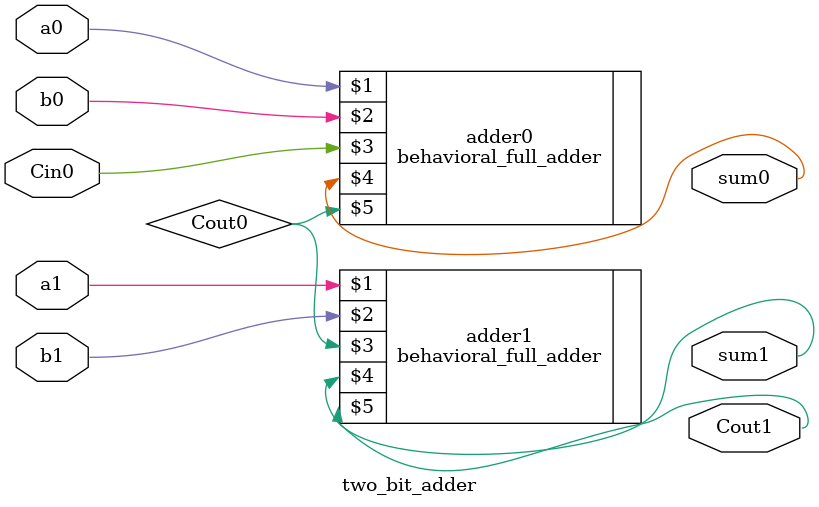
<source format=sv>
`timescale 1ns / 1ps


module two_bit_adder( input logic a0, b0, Cin0, a1, b1, output logic Cout1, sum1, sum0);
    logic Cout0; // internal node
    behavioral_full_adder adder0( a0, b0, Cin0, sum0, Cout0);
    behavioral_full_adder adder1( a1, b1, Cout0, sum1, Cout1);
endmodule


</source>
